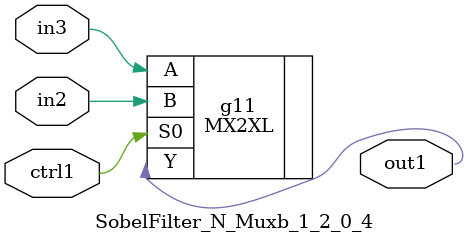
<source format=v>
`timescale 1ps / 1ps


module SobelFilter_N_Muxb_1_2_0_4(in3, in2, ctrl1, out1);
  input in3, in2, ctrl1;
  output out1;
  wire in3, in2, ctrl1;
  wire out1;
  MX2XL g11(.A (in3), .B (in2), .S0 (ctrl1), .Y (out1));
endmodule


</source>
